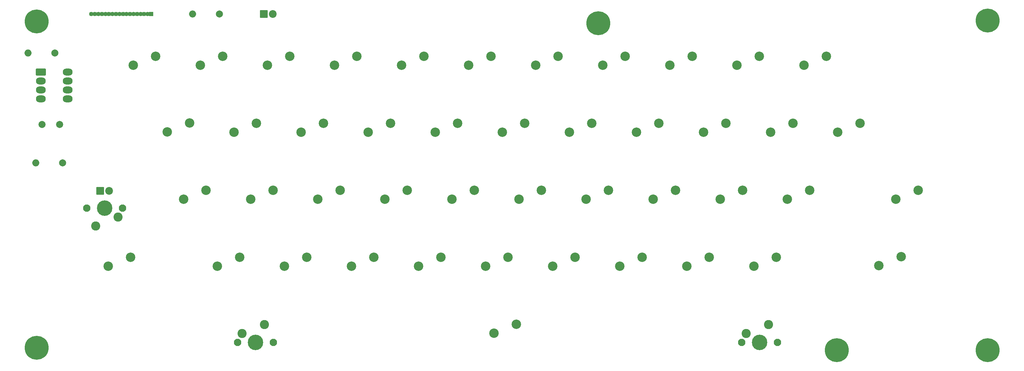
<source format=gbr>
G04 #@! TF.GenerationSoftware,KiCad,Pcbnew,(6.0.6)*
G04 #@! TF.CreationDate,2022-10-13T14:18:30-05:00*
G04 #@! TF.ProjectId,Keyboard,4b657962-6f61-4726-942e-6b696361645f,rev?*
G04 #@! TF.SameCoordinates,Original*
G04 #@! TF.FileFunction,Soldermask,Bot*
G04 #@! TF.FilePolarity,Negative*
%FSLAX46Y46*%
G04 Gerber Fmt 4.6, Leading zero omitted, Abs format (unit mm)*
G04 Created by KiCad (PCBNEW (6.0.6)) date 2022-10-13 14:18:30*
%MOMM*%
%LPD*%
G01*
G04 APERTURE LIST*
G04 Aperture macros list*
%AMRoundRect*
0 Rectangle with rounded corners*
0 $1 Rounding radius*
0 $2 $3 $4 $5 $6 $7 $8 $9 X,Y pos of 4 corners*
0 Add a 4 corners polygon primitive as box body*
4,1,4,$2,$3,$4,$5,$6,$7,$8,$9,$2,$3,0*
0 Add four circle primitives for the rounded corners*
1,1,$1+$1,$2,$3*
1,1,$1+$1,$4,$5*
1,1,$1+$1,$6,$7*
1,1,$1+$1,$8,$9*
0 Add four rect primitives between the rounded corners*
20,1,$1+$1,$2,$3,$4,$5,0*
20,1,$1+$1,$4,$5,$6,$7,0*
20,1,$1+$1,$6,$7,$8,$9,0*
20,1,$1+$1,$8,$9,$2,$3,0*%
G04 Aperture macros list end*
%ADD10C,2.686000*%
%ADD11C,2.100000*%
%ADD12C,4.400000*%
%ADD13C,2.600000*%
%ADD14C,6.800000*%
%ADD15RoundRect,0.200000X-0.425000X0.425000X-0.425000X-0.425000X0.425000X-0.425000X0.425000X0.425000X0*%
%ADD16O,1.250000X1.250000*%
%ADD17C,2.000000*%
%ADD18O,2.000000X2.000000*%
%ADD19RoundRect,0.200000X-1.200000X-0.800000X1.200000X-0.800000X1.200000X0.800000X-1.200000X0.800000X0*%
%ADD20O,2.800000X2.000000*%
%ADD21RoundRect,0.200000X-0.900000X-0.900000X0.900000X-0.900000X0.900000X0.900000X-0.900000X0.900000X0*%
%ADD22C,2.200000*%
G04 APERTURE END LIST*
D10*
X245745000Y-119380000D03*
X239395000Y-121920000D03*
X74295000Y-119380000D03*
X67945000Y-121920000D03*
X93345000Y-119380000D03*
X86995000Y-121920000D03*
X112395000Y-119380000D03*
X106045000Y-121920000D03*
X131445000Y-119380000D03*
X125095000Y-121920000D03*
X150495000Y-119380000D03*
X144145000Y-121920000D03*
X169545000Y-119380000D03*
X163195000Y-121920000D03*
X188595000Y-119380000D03*
X182245000Y-121920000D03*
X207645000Y-119380000D03*
X201295000Y-121920000D03*
X226695000Y-119380000D03*
X220345000Y-121920000D03*
D11*
X250840000Y-200780000D03*
D12*
X245760000Y-200780000D03*
D11*
X240680000Y-200780000D03*
D13*
X248300000Y-195700000D03*
X241950000Y-198240000D03*
D10*
X264740000Y-119420000D03*
X258390000Y-121960000D03*
X274320000Y-138430000D03*
X267970000Y-140970000D03*
X260032000Y-157480000D03*
X253682000Y-160020000D03*
X231458000Y-176530000D03*
X225108000Y-179070000D03*
X250508000Y-176530000D03*
X244158000Y-179070000D03*
X88582500Y-157480000D03*
X82232500Y-160020000D03*
X174308000Y-176530000D03*
X167958000Y-179070000D03*
X136208000Y-176530000D03*
X129858000Y-179070000D03*
X126682000Y-157480000D03*
X120332000Y-160020000D03*
X121920000Y-138430000D03*
X115570000Y-140970000D03*
X145732000Y-157480000D03*
X139382000Y-160020000D03*
X164782000Y-157480000D03*
X158432000Y-160020000D03*
X183832000Y-157480000D03*
X177482000Y-160020000D03*
X217170000Y-138430000D03*
X210820000Y-140970000D03*
X202882000Y-157480000D03*
X196532000Y-160020000D03*
X221932000Y-157480000D03*
X215582000Y-160020000D03*
X240982000Y-157480000D03*
X234632000Y-160020000D03*
X212408000Y-176530000D03*
X206058000Y-179070000D03*
X193358000Y-176530000D03*
X187008000Y-179070000D03*
X236220000Y-138430000D03*
X229870000Y-140970000D03*
X255270000Y-138430000D03*
X248920000Y-140970000D03*
X83940000Y-138420000D03*
X77590000Y-140960000D03*
X140970000Y-138430000D03*
X134620000Y-140970000D03*
X107632000Y-157480000D03*
X101282000Y-160020000D03*
X160020000Y-138430000D03*
X153670000Y-140970000D03*
X198120000Y-138430000D03*
X191770000Y-140970000D03*
X155258000Y-176530000D03*
X148908000Y-179070000D03*
X102870000Y-138430000D03*
X96520000Y-140970000D03*
X117158000Y-176530000D03*
X110808000Y-179070000D03*
X179070000Y-138430000D03*
X172720000Y-140970000D03*
X98107500Y-176530000D03*
X91757500Y-179070000D03*
X67151200Y-176530000D03*
X60801200Y-179070000D03*
D12*
X59740000Y-162620000D03*
D11*
X64820000Y-162620000D03*
X54660000Y-162620000D03*
D13*
X57200000Y-167700000D03*
X63550000Y-165160000D03*
D10*
X176689000Y-195580000D03*
X170339000Y-198120000D03*
D11*
X107680000Y-200800000D03*
X97520000Y-200800000D03*
D12*
X102600000Y-200800000D03*
D13*
X105140000Y-195720000D03*
X98790000Y-198260000D03*
D10*
X286040000Y-176403000D03*
X279690000Y-178943000D03*
D14*
X267700000Y-203000000D03*
X40471000Y-109528000D03*
X310596000Y-203000000D03*
X40471000Y-202292000D03*
X200000000Y-110000000D03*
X310600000Y-109300000D03*
D10*
X290840000Y-157480000D03*
X284490000Y-160020000D03*
D15*
X73000000Y-107400000D03*
D16*
X72000000Y-107400000D03*
X71000000Y-107400000D03*
X70000000Y-107400000D03*
X69000000Y-107400000D03*
X68000000Y-107400000D03*
X67000000Y-107400000D03*
X66000000Y-107400000D03*
X65000000Y-107400000D03*
X64000000Y-107400000D03*
X63000000Y-107400000D03*
X62000000Y-107400000D03*
X61000000Y-107400000D03*
X60000000Y-107400000D03*
X59000000Y-107400000D03*
X58000000Y-107400000D03*
X57000000Y-107400000D03*
X56000000Y-107400000D03*
D17*
X45610000Y-118500000D03*
D18*
X37990000Y-118500000D03*
D19*
X41700000Y-123900000D03*
D20*
X41700000Y-126440000D03*
X41700000Y-128980000D03*
X41700000Y-131520000D03*
X49320000Y-131520000D03*
X49320000Y-128980000D03*
X49320000Y-126440000D03*
X49320000Y-123900000D03*
D21*
X58525000Y-157700000D03*
D22*
X61065000Y-157700000D03*
D17*
X47000000Y-138800000D03*
X42000000Y-138800000D03*
X92410000Y-107400000D03*
D18*
X84790000Y-107400000D03*
D21*
X105025000Y-107400000D03*
D22*
X107565000Y-107400000D03*
D17*
X47810000Y-149700000D03*
D18*
X40190000Y-149700000D03*
M02*

</source>
